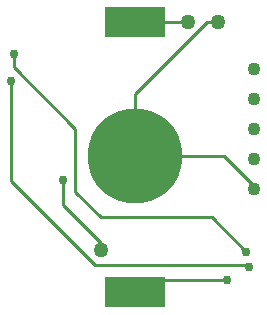
<source format=gbl>
G04 Layer_Physical_Order=2*
G04 Layer_Color=16711680*
%FSAX24Y24*%
%MOIN*%
G70*
G01*
G75*
%ADD13C,0.0100*%
%ADD14C,0.0433*%
%ADD15C,0.0300*%
%ADD16C,0.0500*%
%ADD17R,0.2000X0.1000*%
%ADD18C,0.3150*%
D13*
X035500Y021650D02*
Y021900D01*
X034250Y023150D02*
X035500Y021900D01*
X034250Y023150D02*
Y024000D01*
X034650Y023600D02*
Y025700D01*
X032600Y027750D02*
X034650Y025700D01*
X032500Y023950D02*
X035300Y021150D01*
X032500Y023950D02*
Y027300D01*
X039030Y029250D02*
X039400D01*
X036650Y026870D02*
X039030Y029250D01*
X036650Y024800D02*
Y026870D01*
X039612Y024800D02*
X040711Y023701D01*
X036650Y024800D02*
X039612D01*
X036650Y029250D02*
X038400D01*
X037050Y020650D02*
X039700D01*
X036650Y020250D02*
X037050Y020650D01*
X035300Y021150D02*
X040400D01*
X032600Y027750D02*
Y028200D01*
X039200Y022750D02*
X040350Y021600D01*
X035500Y022750D02*
X039200D01*
X034650Y023600D02*
X035500Y022750D01*
D14*
X040600Y024699D02*
D03*
X040589Y025696D02*
D03*
X040600Y026699D02*
D03*
Y027699D02*
D03*
X040611Y023701D02*
D03*
D15*
X034250Y024000D02*
D03*
X032500Y027300D02*
D03*
X039700Y020650D02*
D03*
X032600Y028200D02*
D03*
X040450Y021100D02*
D03*
X040350Y021600D02*
D03*
D16*
X039400Y029250D02*
D03*
X038400D02*
D03*
X035500Y021650D02*
D03*
D17*
X036650Y020250D02*
D03*
Y029250D02*
D03*
D18*
Y024800D02*
D03*
M02*

</source>
